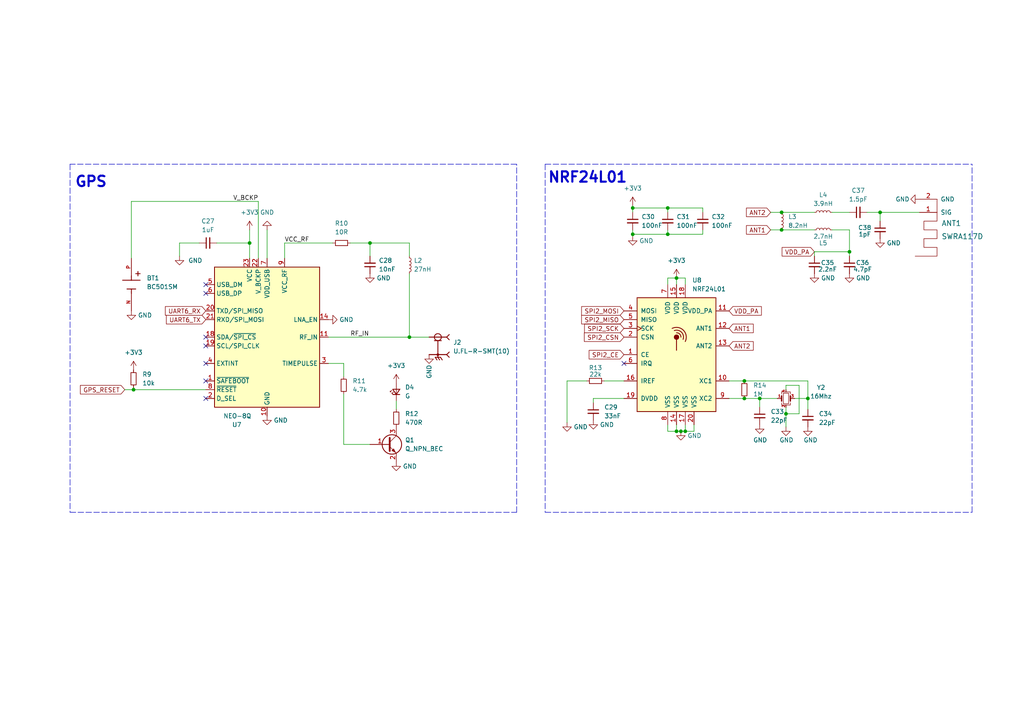
<source format=kicad_sch>
(kicad_sch (version 20211123) (generator eeschema)
  (paper "A4")
  (lib_symbols
    (symbol "BC501SM:BC501SM" (pin_names (offset 1.016) hide)
      (property "Reference" "BT" (at -3.81 3.81 0))
      (property "Value" "BC501SM" (at -3.81 -5.08 0))
      (symbol "BC501SM_0_0"
        (polyline (pts (xy -3.81 1.905) (xy -2.54 1.905)) (stroke (width 0.254)))
        (polyline (pts (xy -3.175 2.54) (xy -3.175 1.27)) (stroke (width 0.254)))
        (polyline (pts (xy -1.27 0) (xy -2.54 0)) (stroke (width 0.254)))
        (polyline (pts (xy -1.27 0) (xy -1.27 -2.54)) (stroke (width 0.254)))
        (polyline (pts (xy -1.27 2.54) (xy -1.27 0)) (stroke (width 0.254)))
        (polyline (pts (xy 1.27 0) (xy 1.27 -1.27)) (stroke (width 0.254)))
        (polyline (pts (xy 1.27 0) (xy 2.54 0)) (stroke (width 0.254)))
        (polyline (pts (xy 1.27 1.27) (xy 1.27 0)) (stroke (width 0.254)))
        (pin passive line (at 7.62 0 180) (length 5.08) (name "~") (number "N"))
        (pin passive line (at -7.62 0 0) (length 5.08) (name "~") (number "P"))
      )
    )
    (symbol "Device:C_Small" (pin_numbers hide) (pin_names (offset 0.254) hide)
      (property "Reference" "C" (at 0.254 1.778 0))
      (property "Value" "C_Small" (at 0.254 -2.032 0))
      (symbol "C_Small_0_1"
        (polyline (pts (xy -1.524 -0.508) (xy 1.524 -0.508)) (stroke (width 0.3302)))
        (polyline (pts (xy -1.524 0.508) (xy 1.524 0.508)) (stroke (width 0.3048)))
      )
      (symbol "C_Small_1_1"
        (pin passive line (at 0 2.54 270) (length 2.032) (name "~") (number "1"))
        (pin passive line (at 0 -2.54 90) (length 2.032) (name "~") (number "2"))
      )
    )
    (symbol "Device:Crystal_GND24_Small" (pin_names (offset 1.016) hide)
      (property "Reference" "Y" (at 1.27 4.445 0))
      (property "Value" "Crystal_GND24_Small" (at 1.27 2.54 0))
      (symbol "Crystal_GND24_Small_0_1"
        (rectangle (start -0.762 -1.524) (end 0.762 1.524))
        (polyline (pts (xy -1.27 -0.762) (xy -1.27 0.762)) (stroke (width 0.381)))
        (polyline (pts (xy 1.27 -0.762) (xy 1.27 0.762)) (stroke (width 0.381)))
        (polyline (pts (xy -1.27 -1.27) (xy -1.27 -1.905) (xy 1.27 -1.905) (xy 1.27 -1.27)))
        (polyline (pts (xy -1.27 1.27) (xy -1.27 1.905) (xy 1.27 1.905) (xy 1.27 1.27)))
      )
      (symbol "Crystal_GND24_Small_1_1"
        (pin passive line (at -2.54 0 0) (length 1.27) (name "1") (number "1"))
        (pin passive line (at 0 -2.54 90) (length 0.635) (name "2") (number "2"))
        (pin passive line (at 2.54 0 180) (length 1.27) (name "3") (number "3"))
        (pin passive line (at 0 2.54 270) (length 0.635) (name "4") (number "4"))
      )
    )
    (symbol "Device:LED_Small" (pin_numbers hide) (pin_names (offset 0.254) hide)
      (property "Reference" "D" (at -1.27 3.175 0))
      (property "Value" "LED_Small" (at -4.445 -2.54 0))
      (symbol "LED_Small_0_1"
        (polyline (pts (xy -0.762 -1.016) (xy -0.762 1.016)) (stroke (width 0.254)))
        (polyline (pts (xy 1.016 0) (xy -0.762 0)))
        (polyline (pts (xy 0.762 -1.016) (xy -0.762 0) (xy 0.762 1.016) (xy 0.762 -1.016)) (stroke (width 0.254)))
        (polyline (pts (xy 0 0.762) (xy -0.508 1.27) (xy -0.254 1.27) (xy -0.508 1.27) (xy -0.508 1.016)))
        (polyline (pts (xy 0.508 1.27) (xy 0 1.778) (xy 0.254 1.778) (xy 0 1.778) (xy 0 1.524)))
      )
      (symbol "LED_Small_1_1"
        (pin passive line (at -2.54 0 0) (length 1.778) (name "K") (number "1"))
        (pin passive line (at 2.54 0 180) (length 1.778) (name "A") (number "2"))
      )
    )
    (symbol "Device:L_Small" (pin_numbers hide) (pin_names (offset 0.254) hide)
      (property "Reference" "L" (at 0.762 1.016 0))
      (property "Value" "L_Small" (at 0.762 -1.016 0))
      (symbol "L_Small_0_1"
        (arc (start 0 -2.032) (mid 0.508 -1.524) (end 0 -1.016))
        (arc (start 0 -1.016) (mid 0.508 -0.508) (end 0 0))
        (arc (start 0 0) (mid 0.508 0.508) (end 0 1.016))
        (arc (start 0 1.016) (mid 0.508 1.524) (end 0 2.032))
      )
      (symbol "L_Small_1_1"
        (pin passive line (at 0 2.54 270) (length 0.508) (name "~") (number "1"))
        (pin passive line (at 0 -2.54 90) (length 0.508) (name "~") (number "2"))
      )
    )
    (symbol "Device:Q_NPN_BEC" (pin_names (offset 0) hide)
      (property "Reference" "Q" (at 5.08 1.27 0))
      (property "Value" "Q_NPN_BEC" (at 5.08 -1.27 0))
      (symbol "Q_NPN_BEC_0_1"
        (polyline (pts (xy 0.635 0.635) (xy 2.54 2.54)))
        (polyline (pts (xy 0.635 -0.635) (xy 2.54 -2.54) (xy 2.54 -2.54)))
        (polyline (pts (xy 0.635 1.905) (xy 0.635 -1.905) (xy 0.635 -1.905)) (stroke (width 0.508)))
        (polyline (pts (xy 1.27 -1.778) (xy 1.778 -1.27) (xy 2.286 -2.286) (xy 1.27 -1.778) (xy 1.27 -1.778)) (fill (type outline)))
        (circle (center 1.27 0) (radius 2.8194) (stroke (width 0.254)))
      )
      (symbol "Q_NPN_BEC_1_1"
        (pin input line (at -5.08 0 0) (length 5.715) (name "B") (number "1"))
        (pin passive line (at 2.54 -5.08 90) (length 2.54) (name "E") (number "2"))
        (pin passive line (at 2.54 5.08 270) (length 2.54) (name "C") (number "3"))
      )
    )
    (symbol "Device:R_Small" (pin_numbers hide) (pin_names (offset 0.254) hide)
      (property "Reference" "R" (at 0.762 0.508 0))
      (property "Value" "R_Small" (at 0.762 -1.016 0))
      (symbol "R_Small_0_1"
        (rectangle (start -0.762 1.778) (end 0.762 -1.778) (stroke (width 0.2032)))
      )
      (symbol "R_Small_1_1"
        (pin passive line (at 0 2.54 270) (length 0.762) (name "~") (number "1"))
        (pin passive line (at 0 -2.54 90) (length 0.762) (name "~") (number "2"))
      )
    )
    (symbol "MyAntennas:SWRA117D" (pin_names (offset 1.016))
      (property "Reference" "ANT" (at 7.62 8.89 0))
      (property "Value" "SWRA117D" (at 6.35 0 0))
      (symbol "SWRA117D_0_1"
        (polyline (pts (xy 16.51 6.35) (xy 12.7 6.35) (xy 10.16 6.35) (xy 10.16 2.54) (xy 7.62 2.54) (xy 7.62 6.35) (xy 5.08 6.35) (xy 5.08 2.54) (xy 2.54 2.54) (xy 2.54 6.35) (xy 0 6.35) (xy 0 0)))
      )
      (symbol "SWRA117D_1_1"
        (pin power_in line (at 12.7 1.27 90) (length 5.08) (name "SIG") (number "1"))
        (pin power_in line (at 16.51 1.27 90) (length 5.08) (name "GND") (number "2"))
      )
    )
    (symbol "RF:NRF24L01" (pin_names (offset 1.016))
      (property "Reference" "U" (at -11.43 17.78 0))
      (property "Value" "NRF24L01" (at 5.08 17.78 0))
      (symbol "NRF24L01_0_1"
        (rectangle (start -11.43 16.51) (end 11.43 -16.51) (stroke (width 0.254)) (fill (type background)))
        (polyline (pts (xy 0 4.445) (xy 0 1.27)) (stroke (width 0.254)))
        (circle (center 0 5.08) (radius 0.635) (stroke (width 0.254)) (fill (type outline)))
        (arc (start 1.27 5.08) (mid 0.9109 5.9909) (end 0 6.35) (stroke (width 0.254)))
        (arc (start 1.905 4.445) (mid 1.4383 6.5183) (end -0.635 6.985) (stroke (width 0.254)))
        (arc (start 2.54 3.81) (mid 2.008 7.088) (end -1.27 7.62) (stroke (width 0.254)))
        (rectangle (start 11.43 -13.97) (end 11.43 -13.97))
      )
      (symbol "NRF24L01_1_1"
        (pin input line (at -15.24 0 0) (length 3.81) (name "CE") (number "1"))
        (pin passive line (at 15.24 -7.62 180) (length 3.81) (name "XC1") (number "10"))
        (pin power_out line (at 15.24 12.7 180) (length 3.81) (name "VDD_PA") (number "11"))
        (pin passive line (at 15.24 7.62 180) (length 3.81) (name "ANT1") (number "12"))
        (pin passive line (at 15.24 2.54 180) (length 3.81) (name "ANT2") (number "13"))
        (pin power_in line (at 0 -20.32 90) (length 3.81) (name "VSS") (number "14"))
        (pin power_in line (at 0 20.32 270) (length 3.81) (name "VDD") (number "15"))
        (pin passive line (at -15.24 -7.62 0) (length 3.81) (name "IREF") (number "16"))
        (pin power_in line (at 2.54 -20.32 90) (length 3.81) (name "VSS") (number "17"))
        (pin power_in line (at 2.54 20.32 270) (length 3.81) (name "VDD") (number "18"))
        (pin power_out line (at -15.24 -12.7 0) (length 3.81) (name "DVDD") (number "19"))
        (pin input line (at -15.24 5.08 0) (length 3.81) (name "CSN") (number "2"))
        (pin power_in line (at 5.08 -20.32 90) (length 3.81) (name "VSS") (number "20"))
        (pin input clock (at -15.24 7.62 0) (length 3.81) (name "SCK") (number "3"))
        (pin input line (at -15.24 12.7 0) (length 3.81) (name "MOSI") (number "4"))
        (pin output line (at -15.24 10.16 0) (length 3.81) (name "MISO") (number "5"))
        (pin output line (at -15.24 -2.54 0) (length 3.81) (name "IRQ") (number "6"))
        (pin power_in line (at -2.54 20.32 270) (length 3.81) (name "VDD") (number "7"))
        (pin power_in line (at -2.54 -20.32 90) (length 3.81) (name "VSS") (number "8"))
        (pin passive line (at 15.24 -12.7 180) (length 3.81) (name "XC2") (number "9"))
      )
    )
    (symbol "RF_GPS:NEO-8Q"
      (property "Reference" "U" (at -13.97 21.59 0))
      (property "Value" "NEO-8Q" (at 11.43 21.59 0))
      (symbol "NEO-8Q_0_1"
        (rectangle (start -15.24 20.32) (end 15.24 -20.32) (stroke (width 0.254)) (fill (type background)))
      )
      (symbol "NEO-8Q_1_1"
        (pin input line (at -17.78 -12.7 0) (length 2.54) (name "~{SAFEBOOT}") (number "1"))
        (pin power_in line (at 0 -22.86 90) (length 2.54) (name "GND") (number "10"))
        (pin input line (at 17.78 0 180) (length 2.54) (name "RF_IN") (number "11"))
        (pin passive line (at 0 -22.86 90) (length 2.54) hide (name "GND") (number "12"))
        (pin passive line (at 0 -22.86 90) (length 2.54) hide (name "GND") (number "13"))
        (pin output line (at 17.78 5.08 180) (length 2.54) (name "LNA_EN") (number "14"))
        (pin no_connect line (at 15.24 -10.16 180) (length 2.54) hide (name "RESERVED") (number "15"))
        (pin no_connect line (at 15.24 -12.7 180) (length 2.54) hide (name "RESERVED") (number "16"))
        (pin no_connect line (at 15.24 -15.24 180) (length 2.54) hide (name "RESERVED") (number "17"))
        (pin bidirectional line (at -17.78 0 0) (length 2.54) (name "SDA/~{SPI_CS}") (number "18"))
        (pin input line (at -17.78 -2.54 0) (length 2.54) (name "SCL/SPI_CLK") (number "19"))
        (pin input line (at -17.78 -17.78 0) (length 2.54) (name "D_SEL") (number "2"))
        (pin output line (at -17.78 7.62 0) (length 2.54) (name "TXD/SPI_MISO") (number "20"))
        (pin input line (at -17.78 5.08 0) (length 2.54) (name "RXD/SPI_MOSI") (number "21"))
        (pin power_in line (at -2.54 22.86 270) (length 2.54) (name "V_BCKP") (number "22"))
        (pin power_in line (at -5.08 22.86 270) (length 2.54) (name "VCC") (number "23"))
        (pin passive line (at 0 -22.86 90) (length 2.54) hide (name "GND") (number "24"))
        (pin output line (at 17.78 -7.62 180) (length 2.54) (name "TIMEPULSE") (number "3"))
        (pin input line (at -17.78 -7.62 0) (length 2.54) (name "EXTINT") (number "4"))
        (pin bidirectional line (at -17.78 15.24 0) (length 2.54) (name "USB_DM") (number "5"))
        (pin bidirectional line (at -17.78 12.7 0) (length 2.54) (name "USB_DP") (number "6"))
        (pin power_in line (at 0 22.86 270) (length 2.54) (name "VDD_USB") (number "7"))
        (pin input line (at -17.78 -15.24 0) (length 2.54) (name "~{RESET}") (number "8"))
        (pin power_out line (at 5.08 22.86 270) (length 2.54) (name "VCC_RF") (number "9"))
      )
    )
    (symbol "U.FL-R-SMT_10_:U.FL-R-SMT(10)" (pin_numbers hide) (pin_names (offset 1.016) hide)
      (property "Reference" "J" (at -3.81 4.064 0))
      (property "Value" "U.FL-R-SMT(10)" (at -4.064 -6.858 0))
      (symbol "U.FL-R-SMT(10)_0_0"
        (circle (center 0 -2.54) (radius 0.254) (stroke (width 0.254)))
        (polyline (pts (xy -3.302 -3.302) (xy -2.54 -2.54)) (stroke (width 0.254)))
        (polyline (pts (xy -3.302 -1.778) (xy -2.54 -2.54)) (stroke (width 0.254)))
        (polyline (pts (xy -3.302 1.778) (xy -2.54 2.54)) (stroke (width 0.254)))
        (polyline (pts (xy -3.302 3.302) (xy -2.54 2.54)) (stroke (width 0.254)))
        (polyline (pts (xy -2.54 2.54) (xy 2.54 2.54)) (stroke (width 0.254)))
        (polyline (pts (xy -1.016 1.524) (xy 0 1.524)) (stroke (width 0.254)))
        (polyline (pts (xy -0.762 -3.302) (xy -1.27 -4.064)) (stroke (width 0.254)))
        (polyline (pts (xy 0 -3.302) (xy -0.762 -3.302)) (stroke (width 0.254)))
        (polyline (pts (xy 0 -3.302) (xy -0.508 -4.064)) (stroke (width 0.254)))
        (polyline (pts (xy 0 -3.302) (xy 0.762 -3.302)) (stroke (width 0.254)))
        (polyline (pts (xy 0 -2.54) (xy -2.54 -2.54)) (stroke (width 0.254)))
        (polyline (pts (xy 0 -2.54) (xy 0 -3.302)) (stroke (width 0.254)))
        (polyline (pts (xy 0 1.524) (xy 0 -2.54)) (stroke (width 0.254)))
        (polyline (pts (xy 0 1.524) (xy 1.016 1.524)) (stroke (width 0.254)))
        (polyline (pts (xy 0.762 -3.302) (xy 0.254 -4.064)) (stroke (width 0.254)))
        (polyline (pts (xy 2.54 -2.54) (xy 0 -2.54)) (stroke (width 0.254)))
        (circle (center 0 2.54) (radius 1.016) (stroke (width 0.254)))
        (pin passive line (at 2.54 2.54 180) (length 5.08) (name "~") (number "1"))
        (pin passive line (at 2.54 -2.54 180) (length 5.08) (name "~") (number "2"))
        (pin passive line (at 2.54 -2.54 180) (length 5.08) (name "~") (number "3"))
      )
    )
    (symbol "power:+3.3V" (power) (pin_names (offset 0))
      (property "Value" "+3.3V" (at 0 3.556 0))
      (symbol "+3.3V_0_1"
        (polyline (pts (xy -0.762 1.27) (xy 0 2.54)))
        (polyline (pts (xy 0 0) (xy 0 2.54)))
        (polyline (pts (xy 0 2.54) (xy 0.762 1.27)))
      )
      (symbol "+3.3V_1_1"
        (pin power_in line (at 0 0 90) (length 0) hide (name "+3V3") (number "1"))
      )
    )
    (symbol "power:GND" (power) (pin_names (offset 0))
      (property "Value" "GND" (at 0 -3.81 0))
      (symbol "GND_0_1"
        (polyline (pts (xy 0 0) (xy 0 -1.27) (xy 1.27 -1.27) (xy 0 -2.54) (xy -1.27 -1.27) (xy 0 -1.27)))
      )
      (symbol "GND_1_1"
        (pin power_in line (at 0 0 270) (length 0) hide (name "GND") (number "1"))
      )
    )
  )
  (junction (at 193.675 67.945))
  (junction (at 72.39 70.485))
  (junction (at 215.9 110.49))
  (junction (at 196.215 125.095))
  (junction (at 107.315 70.485))
  (junction (at 118.745 97.79))
  (junction (at 197.485 125.095))
  (junction (at 220.345 115.57))
  (junction (at 226.695 61.595))
  (junction (at 183.515 60.325))
  (junction (at 196.215 80.645))
  (junction (at 246.38 73.025))
  (junction (at 183.515 67.945))
  (junction (at 234.315 115.57))
  (junction (at 226.695 66.675))
  (junction (at 215.9 115.57))
  (junction (at 227.965 120.015))
  (junction (at 38.735 113.03))
  (junction (at 198.755 125.095))
  (junction (at 193.675 60.325))
  (junction (at 255.27 61.595))
  (no_connect (at 59.69 85.09))
  (no_connect (at 59.69 110.49))
  (no_connect (at 59.69 105.41))
  (no_connect (at 59.69 97.79))
  (no_connect (at 59.69 100.33))
  (no_connect (at 59.69 115.57))
  (no_connect (at 59.69 82.55))
  (no_connect (at 180.975 105.41))
  (wire (pts (xy 203.835 67.945) (xy 193.675 67.945)))
  (wire (pts (xy 236.22 74.295) (xy 236.22 73.025)))
  (polyline (pts (xy 158.115 148.59) (xy 281.94 148.59)))
  (wire (pts (xy 59.69 113.03) (xy 38.735 113.03)))
  (wire (pts (xy 193.675 123.19) (xy 193.675 125.095)))
  (wire (pts (xy 95.25 105.41) (xy 99.695 105.41)))
  (wire (pts (xy 72.39 70.485) (xy 72.39 74.93)))
  (wire (pts (xy 236.22 73.025) (xy 246.38 73.025)))
  (wire (pts (xy 220.345 115.57) (xy 220.345 118.11)))
  (wire (pts (xy 183.515 60.325) (xy 193.675 60.325)))
  (wire (pts (xy 101.6 70.485) (xy 107.315 70.485)))
  (wire (pts (xy 227.965 111.76) (xy 231.775 111.76)))
  (wire (pts (xy 172.085 115.57) (xy 172.085 116.84)))
  (wire (pts (xy 226.695 66.675) (xy 236.22 66.675)))
  (wire (pts (xy 196.215 123.19) (xy 196.215 125.095)))
  (wire (pts (xy 72.39 66.675) (xy 72.39 70.485)))
  (wire (pts (xy 234.315 110.49) (xy 234.315 115.57)))
  (wire (pts (xy 198.755 125.095) (xy 197.485 125.095)))
  (wire (pts (xy 38.1 58.42) (xy 38.1 74.93)))
  (polyline (pts (xy 149.86 47.625) (xy 20.32 47.625)))
  (wire (pts (xy 211.455 110.49) (xy 215.9 110.49)))
  (wire (pts (xy 183.515 67.945) (xy 183.515 68.58)))
  (wire (pts (xy 183.515 60.325) (xy 183.515 61.595)))
  (wire (pts (xy 74.93 74.93) (xy 74.93 58.42)))
  (wire (pts (xy 215.9 110.49) (xy 234.315 110.49)))
  (wire (pts (xy 164.465 110.49) (xy 164.465 122.555)))
  (wire (pts (xy 62.865 70.485) (xy 72.39 70.485)))
  (wire (pts (xy 198.755 123.19) (xy 198.755 125.095)))
  (wire (pts (xy 203.835 61.595) (xy 203.835 60.325)))
  (wire (pts (xy 211.455 115.57) (xy 215.9 115.57)))
  (wire (pts (xy 246.38 66.675) (xy 246.38 73.025)))
  (wire (pts (xy 57.785 70.485) (xy 52.07 70.485)))
  (wire (pts (xy 118.745 79.375) (xy 118.745 97.79)))
  (wire (pts (xy 251.46 61.595) (xy 255.27 61.595)))
  (wire (pts (xy 193.675 60.325) (xy 203.835 60.325)))
  (wire (pts (xy 201.295 123.19) (xy 201.295 125.095)))
  (wire (pts (xy 255.27 61.595) (xy 266.7 61.595)))
  (wire (pts (xy 193.675 66.675) (xy 193.675 67.945)))
  (polyline (pts (xy 149.86 148.59) (xy 149.86 47.625)))
  (wire (pts (xy 114.935 116.205) (xy 114.935 118.745)))
  (wire (pts (xy 193.675 80.645) (xy 193.675 82.55)))
  (wire (pts (xy 175.26 110.49) (xy 180.975 110.49)))
  (polyline (pts (xy 20.32 47.625) (xy 20.32 148.59)))
  (wire (pts (xy 223.52 66.675) (xy 226.695 66.675)))
  (wire (pts (xy 74.93 58.42) (xy 38.1 58.42)))
  (wire (pts (xy 241.3 66.675) (xy 246.38 66.675)))
  (wire (pts (xy 231.775 111.76) (xy 231.775 120.015)))
  (wire (pts (xy 99.695 114.3) (xy 99.695 128.905)))
  (wire (pts (xy 198.755 82.55) (xy 198.755 80.645)))
  (wire (pts (xy 227.965 120.015) (xy 227.965 123.825)))
  (polyline (pts (xy 281.94 148.59) (xy 281.94 47.625)))
  (wire (pts (xy 255.27 61.595) (xy 255.27 64.135)))
  (wire (pts (xy 231.775 120.015) (xy 227.965 120.015)))
  (wire (pts (xy 95.25 97.79) (xy 118.745 97.79)))
  (wire (pts (xy 99.695 128.905) (xy 107.315 128.905)))
  (wire (pts (xy 201.295 125.095) (xy 198.755 125.095)))
  (wire (pts (xy 230.505 115.57) (xy 234.315 115.57)))
  (wire (pts (xy 118.745 97.79) (xy 124.46 97.79)))
  (wire (pts (xy 183.515 59.69) (xy 183.515 60.325)))
  (wire (pts (xy 118.745 74.295) (xy 118.745 70.485)))
  (wire (pts (xy 193.675 67.945) (xy 183.515 67.945)))
  (polyline (pts (xy 20.32 148.59) (xy 149.86 148.59)))
  (wire (pts (xy 99.695 105.41) (xy 99.695 109.22)))
  (wire (pts (xy 196.215 80.645) (xy 193.675 80.645)))
  (wire (pts (xy 193.675 60.325) (xy 193.675 61.595)))
  (wire (pts (xy 215.9 115.57) (xy 220.345 115.57)))
  (wire (pts (xy 246.38 73.025) (xy 246.38 74.295)))
  (wire (pts (xy 77.47 66.675) (xy 77.47 74.93)))
  (wire (pts (xy 226.695 61.595) (xy 236.22 61.595)))
  (wire (pts (xy 52.07 70.485) (xy 52.07 74.295)))
  (wire (pts (xy 36.195 113.03) (xy 38.735 113.03)))
  (wire (pts (xy 196.215 125.095) (xy 197.485 125.095)))
  (wire (pts (xy 107.315 70.485) (xy 107.315 74.295)))
  (wire (pts (xy 234.315 115.57) (xy 234.315 118.745)))
  (wire (pts (xy 82.55 70.485) (xy 96.52 70.485)))
  (wire (pts (xy 196.215 80.645) (xy 196.215 82.55)))
  (wire (pts (xy 82.55 74.93) (xy 82.55 70.485)))
  (wire (pts (xy 193.675 125.095) (xy 196.215 125.095)))
  (polyline (pts (xy 158.115 47.625) (xy 281.94 47.625)))
  (wire (pts (xy 241.3 61.595) (xy 246.38 61.595)))
  (wire (pts (xy 118.745 70.485) (xy 107.315 70.485)))
  (wire (pts (xy 38.735 113.03) (xy 38.735 112.395)))
  (wire (pts (xy 220.345 115.57) (xy 225.425 115.57)))
  (wire (pts (xy 223.52 61.595) (xy 226.695 61.595)))
  (wire (pts (xy 196.215 80.645) (xy 198.755 80.645)))
  (wire (pts (xy 227.965 113.03) (xy 227.965 111.76)))
  (wire (pts (xy 183.515 66.675) (xy 183.515 67.945)))
  (wire (pts (xy 227.965 118.11) (xy 227.965 120.015)))
  (wire (pts (xy 180.975 115.57) (xy 172.085 115.57)))
  (wire (pts (xy 170.18 110.49) (xy 164.465 110.49)))
  (polyline (pts (xy 158.115 47.625) (xy 158.115 148.59)))
  (wire (pts (xy 203.835 66.675) (xy 203.835 67.945)))
  (text "GPS" (at 21.59 54.61 0) (effects (font (size 3 3) (thickness 0.6) bold) (justify left bottom)))
  (text "NRF24L01" (at 158.75 53.34 0) (effects (font (size 3 3) (thickness 0.6) bold) (justify left bottom)))
  (label "V_BCKP" (at 74.93 58.42 180))
  (label "VCC_RF" (at 82.55 70.485 0))
  (label "RF_IN" (at 101.6 97.79 0))
  (global_label "ANT1" (shape input) (at 223.52 66.675 180) (property "Intersheet References" "${INTERSHEET_REFS}" (effects hide)))
  (global_label "SPI2_SCK" (shape input) (at 180.975 95.25 180) (property "Intersheet References" "${INTERSHEET_REFS}" (effects hide)))
  (global_label "SPI2_CSN" (shape input) (at 180.975 97.79 180) (property "Intersheet References" "${INTERSHEET_REFS}" (effects hide)))
  (global_label "ANT2" (shape input) (at 223.52 61.595 180) (property "Intersheet References" "${INTERSHEET_REFS}" (effects hide)))
  (global_label "UART6_TX" (shape input) (at 59.69 92.71 180) (property "Intersheet References" "${INTERSHEET_REFS}" (effects hide)))
  (global_label "VDD_PA" (shape input) (at 211.455 90.17 0) (property "Intersheet References" "${INTERSHEET_REFS}" (effects hide)))
  (global_label "UART6_RX" (shape input) (at 59.69 90.17 180) (property "Intersheet References" "${INTERSHEET_REFS}" (effects hide)))
  (global_label "SPI2_MISO" (shape input) (at 180.975 92.71 180) (property "Intersheet References" "${INTERSHEET_REFS}" (effects hide)))
  (global_label "SPI2_MOSI" (shape input) (at 180.975 90.17 180) (property "Intersheet References" "${INTERSHEET_REFS}" (effects hide)))
  (global_label "GPS_RESET" (shape input) (at 36.195 113.03 180) (property "Intersheet References" "${INTERSHEET_REFS}" (effects hide)))
  (global_label "VDD_PA" (shape input) (at 236.22 73.025 180) (property "Intersheet References" "${INTERSHEET_REFS}" (effects hide)))
  (global_label "ANT1" (shape input) (at 211.455 95.25 0) (property "Intersheet References" "${INTERSHEET_REFS}" (effects hide)))
  (global_label "ANT2" (shape input) (at 211.455 100.33 0) (property "Intersheet References" "${INTERSHEET_REFS}" (effects hide)))
  (global_label "SPI2_CE" (shape input) (at 180.975 102.87 180) (property "Intersheet References" "${INTERSHEET_REFS}" (effects hide)))
  (symbol (lib_id "Device:L_Small") (at 238.76 61.595 90) (unit 1)
    (property "Reference" "L4" (at 238.76 56.515 90))
    (property "Value" "3.9nH" (at 238.76 59.055 90))
    (property "Footprint" "Inductor_SMD:L_0603_1608Metric" (effects hide))
  )
  (symbol (lib_id "power:GND") (at 124.46 102.87 0) (unit 1)
    (property "Reference" "#PWR061" (effects hide))
    (property "Value" "GND" (at 124.46 109.855 90) (effects (justify left)))
  )
  (symbol (lib_id "Device:C_Small") (at 246.38 76.835 0) (unit 1)
    (property "Reference" "C36" (at 250.19 76.2 0))
    (property "Value" "4.7pF" (at 250.19 78.1113 0))
    (property "Footprint" "Capacitor_SMD:C_0603_1608Metric" (effects hide))
  )
  (symbol (lib_id "Device:R_Small") (at 99.695 111.76 0) (unit 1)
    (property "Reference" "R11" (at 102.235 110.4899 0) (effects (justify left)))
    (property "Value" "4.7k" (at 102.235 113.0299 0) (effects (justify left)))
    (property "Footprint" "Resistor_SMD:R_0603_1608Metric" (effects hide))
  )
  (symbol (lib_id "power:GND") (at 234.315 123.825 0) (unit 1)
    (property "Reference" "#PWR070" (effects hide))
    (property "Value" "GND" (at 233.045 127.635 0) (effects (justify left)))
  )
  (symbol (lib_id "power:GND") (at 236.22 79.375 0) (unit 1)
    (property "Reference" "#PWR071" (effects hide))
    (property "Value" "GND" (at 238.125 80.6449 0) (effects (justify left)))
  )
  (symbol (lib_id "Device:L_Small") (at 238.76 66.675 90) (unit 1)
    (property "Reference" "L5" (at 238.76 70.485 90))
    (property "Value" "2.7nH" (at 238.76 68.58 90))
    (property "Footprint" "Inductor_SMD:L_0603_1608Metric" (effects hide))
  )
  (symbol (lib_id "MyAntennas:SWRA117D") (at 265.43 74.295 270) (mirror x) (unit 1)
    (property "Reference" "ANT1" (at 273.05 64.77 90) (effects (font (size 1.524 1.524)) (justify left)))
    (property "Value" "SWRA117D" (at 273.05 68.58 90) (effects (font (size 1.524 1.524)) (justify left)))
    (property "Footprint" "RF_Antenna:Texas_SWRA117D_2.4GHz_Left" (effects hide))
  )
  (symbol (lib_id "power:GND") (at 183.515 68.58 0) (unit 1)
    (property "Reference" "#PWR065" (effects hide))
    (property "Value" "GND" (at 185.42 69.8499 0) (effects (justify left)))
  )
  (symbol (lib_id "Device:C_Small") (at 248.92 61.595 90) (unit 1)
    (property "Reference" "C37" (at 248.9263 55.245 90))
    (property "Value" "1.5pF" (at 248.9263 57.785 90))
    (property "Footprint" "Capacitor_SMD:C_0603_1608Metric" (effects hide))
  )
  (symbol (lib_id "Device:C_Small") (at 220.345 120.65 0) (unit 1)
    (property "Reference" "C33" (at 223.52 119.3862 0) (effects (justify left)))
    (property "Value" "22pF" (at 223.52 121.9262 0) (effects (justify left)))
    (property "Footprint" "Capacitor_SMD:C_0603_1608Metric" (effects hide))
  )
  (symbol (lib_id "Device:C_Small") (at 193.675 64.135 0) (unit 1)
    (property "Reference" "C31" (at 196.215 62.8712 0) (effects (justify left)))
    (property "Value" "100nF" (at 196.215 65.4112 0) (effects (justify left)))
    (property "Footprint" "Capacitor_SMD:C_0603_1608Metric" (effects hide))
  )
  (symbol (lib_id "RF:NRF24L01") (at 196.215 102.87 0) (unit 1)
    (property "Reference" "U8" (at 200.7744 81.28 0) (effects (justify left)))
    (property "Value" "NRF24L01" (at 200.7744 83.82 0) (effects (justify left)))
    (property "Footprint" "Package_DFN_QFN:QFN-20-1EP_4x4mm_P0.5mm_EP2.5x2.5mm" (effects hide))
    (property "Datasheet" "http://www.nordicsemi.com/eng/content/download/2730/34105/file/nRF24L01_Product_Specification_v2_0.pdf" (effects hide))
  )
  (symbol (lib_id "power:GND") (at 114.935 133.985 0) (unit 1)
    (property "Reference" "#PWR060" (effects hide))
    (property "Value" "GND" (at 116.84 135.2549 0) (effects (justify left)))
  )
  (symbol (lib_id "Device:R_Small") (at 99.06 70.485 90) (unit 1)
    (property "Reference" "R10" (at 99.06 64.77 90))
    (property "Value" "10R" (at 99.06 67.31 90))
    (property "Footprint" "Resistor_SMD:R_0603_1608Metric" (effects hide))
  )
  (symbol (lib_id "Device:Q_NPN_BEC") (at 112.395 128.905 0) (unit 1)
    (property "Reference" "Q1" (at 117.475 127.6349 0) (effects (justify left)))
    (property "Value" "Q_NPN_BEC" (at 117.475 130.1749 0) (effects (justify left)))
    (property "Footprint" "Package_TO_SOT_SMD:SOT-23" (effects hide))
  )
  (symbol (lib_id "power:GND") (at 197.485 125.095 0) (unit 1)
    (property "Reference" "#PWR067" (effects hide))
    (property "Value" "GND" (at 199.39 126.3649 0) (effects (justify left)))
  )
  (symbol (lib_id "RF_GPS:NEO-8Q") (at 77.47 97.79 0) (unit 1)
    (property "Reference" "U7" (at 67.31 123.19 0) (effects (justify left)))
    (property "Value" "NEO-8Q" (at 64.77 120.65 0) (effects (justify left)))
    (property "Footprint" "RF_GPS:ublox_NEO" (effects hide))
    (property "Datasheet" "https://www.u-blox.com/sites/default/files/NEO-8Q_DataSheet_%28UBX-15031913%29.pdf" (effects hide))
  )
  (symbol (lib_id "power:GND") (at 38.1 90.17 0) (unit 1)
    (property "Reference" "#PWR051" (effects hide))
    (property "Value" "GND" (at 40.005 91.4399 0) (effects (justify left)))
  )
  (symbol (lib_id "power:GND") (at 227.965 123.825 0) (unit 1)
    (property "Reference" "#PWR069" (effects hide))
    (property "Value" "GND" (at 226.06 127.635 0) (effects (justify left)))
  )
  (symbol (lib_id "power:+3.3V") (at 196.215 80.645 0) (unit 1)
    (property "Reference" "#PWR066" (effects hide))
    (property "Value" "+3.3V" (at 196.215 75.565 0))
  )
  (symbol (lib_id "Device:C_Small") (at 183.515 64.135 0) (unit 1)
    (property "Reference" "C30" (at 186.055 62.8712 0) (effects (justify left)))
    (property "Value" "100nF" (at 186.055 65.4112 0) (effects (justify left)))
    (property "Footprint" "Capacitor_SMD:C_0603_1608Metric" (effects hide))
  )
  (symbol (lib_id "U.FL-R-SMT_10_:U.FL-R-SMT(10)") (at 127 100.33 0) (mirror y) (unit 1)
    (property "Reference" "J2" (at 131.445 99.3139 0) (effects (justify right)))
    (property "Value" "U.FL-R-SMT(10)" (at 131.445 101.8539 0) (effects (justify right)))
    (property "Footprint" "U:HRS_U.FL-R-SMT(10)" (effects hide))
    (property "MP" "U.FL-R-SMT_10_" (effects hide))
    (property "AVAILABILITY" "Unavailable" (effects hide))
    (property "DESCRIPTION" "U.FL Series 50 Ohm Receptacle Male Pins Ultra Small SMT Coaxial Connector" (effects hide))
    (property "PACKAGE" "FakePackage u" (effects hide))
    (property "MF" "Hirose" (effects hide))
    (property "PRICE" "None" (effects hide))
  )
  (symbol (lib_id "Device:C_Small") (at 60.325 70.485 90) (unit 1)
    (property "Reference" "C27" (at 60.3313 64.135 90))
    (property "Value" "1uF" (at 60.3313 66.675 90))
    (property "Footprint" "Capacitor_SMD:C_0603_1608Metric" (effects hide))
  )
  (symbol (lib_id "Device:R_Small") (at 172.72 110.49 90) (unit 1)
    (property "Reference" "R13" (at 172.72 106.68 90))
    (property "Value" "22k" (at 172.72 108.585 90))
    (property "Footprint" "Resistor_SMD:R_0603_1608Metric" (effects hide))
  )
  (symbol (lib_id "power:GND") (at 107.315 79.375 0) (unit 1)
    (property "Reference" "#PWR058" (effects hide))
    (property "Value" "GND" (at 109.22 80.6449 0) (effects (justify left)))
  )
  (symbol (lib_id "power:GND") (at 255.27 69.215 0) (unit 1)
    (property "Reference" "#PWR073" (effects hide))
    (property "Value" "GND" (at 257.175 70.4849 0) (effects (justify left)))
  )
  (symbol (lib_id "power:GND") (at 77.47 120.65 0) (unit 1)
    (property "Reference" "#PWR056" (effects hide))
    (property "Value" "GND" (at 79.375 121.9199 0) (effects (justify left)))
  )
  (symbol (lib_id "power:GND") (at 164.465 122.555 0) (unit 1)
    (property "Reference" "#PWR062" (effects hide))
    (property "Value" "GND" (at 166.37 123.8249 0) (effects (justify left)))
  )
  (symbol (lib_id "power:GND") (at 52.07 74.295 0) (unit 1)
    (property "Reference" "#PWR053" (effects hide))
    (property "Value" "GND" (at 54.61 75.5649 0) (effects (justify left)))
  )
  (symbol (lib_id "Device:R_Small") (at 38.735 109.855 0) (unit 1)
    (property "Reference" "R9" (at 41.275 108.5849 0) (effects (justify left)))
    (property "Value" "10k" (at 41.275 111.1249 0) (effects (justify left)))
    (property "Footprint" "Resistor_SMD:R_0603_1608Metric" (effects hide))
  )
  (symbol (lib_id "power:+3.3V") (at 38.735 107.315 0) (unit 1)
    (property "Reference" "#PWR052" (effects hide))
    (property "Value" "+3.3V" (at 38.735 102.235 0))
  )
  (symbol (lib_id "power:GND") (at 172.085 121.92 0) (unit 1)
    (property "Reference" "#PWR063" (effects hide))
    (property "Value" "GND" (at 173.99 123.1899 0) (effects (justify left)))
  )
  (symbol (lib_id "BC501SM:BC501SM") (at 38.1 82.55 270) (unit 1)
    (property "Reference" "BT1" (at 42.545 80.6449 90) (effects (justify left)))
    (property "Value" "BC501SM" (at 42.545 83.1849 90) (effects (justify left)))
    (property "Footprint" "Battery holder CR:BAT_BC501SM" (effects hide))
    (property "STANDARD" "Manufacturer Recommendation" (effects hide))
    (property "PARTREV" "10/31/19" (effects hide))
    (property "MAXIMUM_PACKAGE_HEIGHT" "4.25mm" (effects hide))
    (property "MANUFACTURER" "MPD" (effects hide))
  )
  (symbol (lib_id "Device:C_Small") (at 172.085 119.38 0) (unit 1)
    (property "Reference" "C29" (at 175.26 118.1162 0) (effects (justify left)))
    (property "Value" "33nF" (at 175.26 120.6562 0) (effects (justify left)))
    (property "Footprint" "Capacitor_SMD:C_0603_1608Metric" (effects hide))
  )
  (symbol (lib_id "power:+3.3V") (at 114.935 111.125 0) (unit 1)
    (property "Reference" "#PWR059" (effects hide))
    (property "Value" "+3.3V" (at 114.935 106.045 0))
  )
  (symbol (lib_id "power:GND") (at 220.345 123.19 0) (unit 1)
    (property "Reference" "#PWR068" (effects hide))
    (property "Value" "GND" (at 218.44 127.635 0) (effects (justify left)))
  )
  (symbol (lib_id "Device:Crystal_GND24_Small") (at 227.965 115.57 0) (unit 1)
    (property "Reference" "Y2" (at 238.125 112.395 0))
    (property "Value" "16Mhz" (at 238.125 114.935 0))
    (property "Footprint" "Crystal:Crystal_SMD_3225-4Pin_3.2x2.5mm" (effects hide))
  )
  (symbol (lib_id "power:GND") (at 77.47 66.675 180) (unit 1)
    (property "Reference" "#PWR055" (effects hide))
    (property "Value" "GND" (at 77.47 61.595 0))
  )
  (symbol (lib_id "Device:L_Small") (at 118.745 76.835 0) (unit 1)
    (property "Reference" "L2" (at 120.015 75.5649 0) (effects (justify left)))
    (property "Value" "27nH" (at 120.015 78.1049 0) (effects (justify left)))
    (property "Footprint" "Inductor_SMD:L_0603_1608Metric" (effects hide))
  )
  (symbol (lib_id "power:+3.3V") (at 183.515 59.69 0) (unit 1)
    (property "Reference" "#PWR064" (effects hide))
    (property "Value" "+3.3V" (at 183.515 54.61 0))
  )
  (symbol (lib_id "Device:C_Small") (at 203.835 64.135 0) (unit 1)
    (property "Reference" "C32" (at 206.375 62.8712 0) (effects (justify left)))
    (property "Value" "100nF" (at 206.375 65.4112 0) (effects (justify left)))
    (property "Footprint" "Capacitor_SMD:C_0603_1608Metric" (effects hide))
  )
  (symbol (lib_id "Device:C_Small") (at 234.315 121.285 0) (unit 1)
    (property "Reference" "C34" (at 237.49 120.0212 0) (effects (justify left)))
    (property "Value" "22pF" (at 237.49 122.5612 0) (effects (justify left)))
    (property "Footprint" "Capacitor_SMD:C_0603_1608Metric" (effects hide))
  )
  (symbol (lib_id "Device:C_Small") (at 236.22 76.835 0) (unit 1)
    (property "Reference" "C35" (at 240.03 76.2 0))
    (property "Value" "2.2nF" (at 240.03 78.1113 0))
    (property "Footprint" "Capacitor_SMD:C_0603_1608Metric" (effects hide))
  )
  (symbol (lib_id "Device:C_Small") (at 107.315 76.835 180) (unit 1)
    (property "Reference" "C28" (at 109.855 75.5585 0) (effects (justify right)))
    (property "Value" "10nF" (at 109.855 78.0985 0) (effects (justify right)))
    (property "Footprint" "Capacitor_SMD:C_0603_1608Metric" (effects hide))
  )
  (symbol (lib_id "Device:C_Small") (at 255.27 66.675 0) (unit 1)
    (property "Reference" "C38" (at 250.825 66.04 0))
    (property "Value" "1pF" (at 250.825 67.945 0))
    (property "Footprint" "Capacitor_SMD:C_0603_1608Metric" (effects hide))
  )
  (symbol (lib_id "power:+3.3V") (at 72.39 66.675 0) (unit 1)
    (property "Reference" "#PWR054" (effects hide))
    (property "Value" "+3.3V" (at 72.39 61.595 0))
  )
  (symbol (lib_id "Device:L_Small") (at 226.695 64.135 0) (unit 1)
    (property "Reference" "L3" (at 228.6 62.8649 0) (effects (justify left)))
    (property "Value" "8.2nH" (at 228.6 65.4049 0) (effects (justify left)))
    (property "Footprint" "Inductor_SMD:L_0603_1608Metric" (effects hide))
  )
  (symbol (lib_id "power:GND") (at 246.38 79.375 0) (unit 1)
    (property "Reference" "#PWR072" (effects hide))
    (property "Value" "GND" (at 248.285 80.6449 0) (effects (justify left)))
  )
  (symbol (lib_id "power:GND") (at 266.7 57.785 270) (unit 1)
    (property "Reference" "#PWR074" (effects hide))
    (property "Value" "GND" (at 259.715 57.785 90) (effects (justify left)))
  )
  (symbol (lib_id "Device:R_Small") (at 114.935 121.285 0) (unit 1)
    (property "Reference" "R12" (at 117.475 120.0149 0) (effects (justify left)))
    (property "Value" "470R" (at 117.475 122.5549 0) (effects (justify left)))
    (property "Footprint" "Resistor_SMD:R_0603_1608Metric" (effects hide))
  )
  (symbol (lib_id "Device:R_Small") (at 215.9 113.03 0) (unit 1)
    (property "Reference" "R14" (at 218.44 111.7599 0) (effects (justify left)))
    (property "Value" "1M" (at 218.44 114.2999 0) (effects (justify left)))
    (property "Footprint" "Resistor_SMD:R_0603_1608Metric" (effects hide))
  )
  (symbol (lib_id "Device:LED_Small") (at 114.935 113.665 90) (unit 1)
    (property "Reference" "D4" (at 117.475 112.3314 90) (effects (justify right)))
    (property "Value" "G" (at 117.475 114.8714 90) (effects (justify right)))
    (property "Footprint" "LED_SMD:LED_0603_1608Metric" (effects hide))
  )
  (symbol (lib_id "power:GND") (at 95.25 92.71 90) (unit 1)
    (property "Reference" "#PWR057" (effects hide))
    (property "Value" "GND" (at 98.425 92.7099 90) (effects (justify right)))
  )
)
</source>
